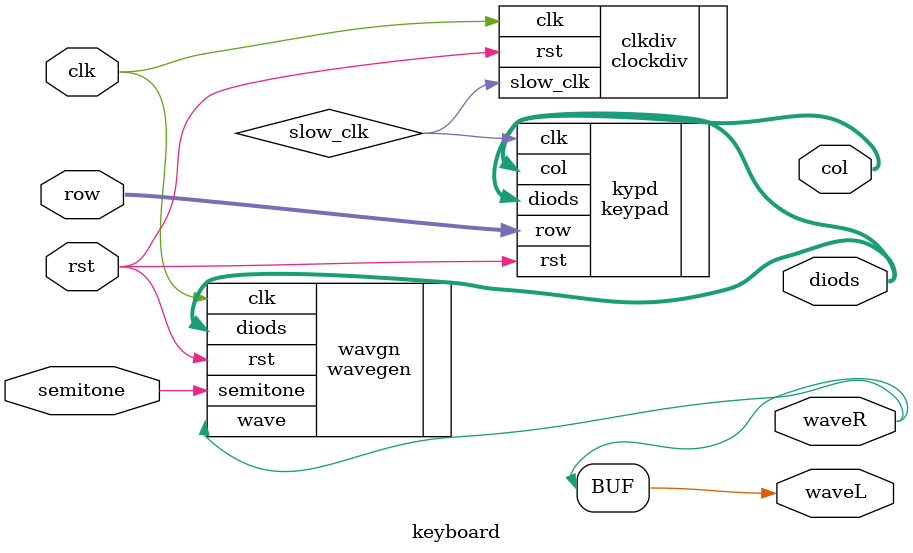
<source format=v>
`timescale 1ns / 1ps
 module keyboard(
    input clk,
	 input rst,
	 input semitone,
    input [3:0] row,
    output [3:0] col,
    output [7:0] diods,
	 output waveR,
	 output waveL
    );

	clockdiv clkdiv(.rst(rst), .clk(clk), .slow_clk(slow_clk));
	keypad kypd(.clk(slow_clk), .rst(rst), .row(row), .col(col), .diods(diods));
	wavegen wavgn(.clk(clk), .semitone(semitone), .diods(diods), .rst(rst), .wave(waveR));
	
	assign waveL = waveR;

endmodule

</source>
